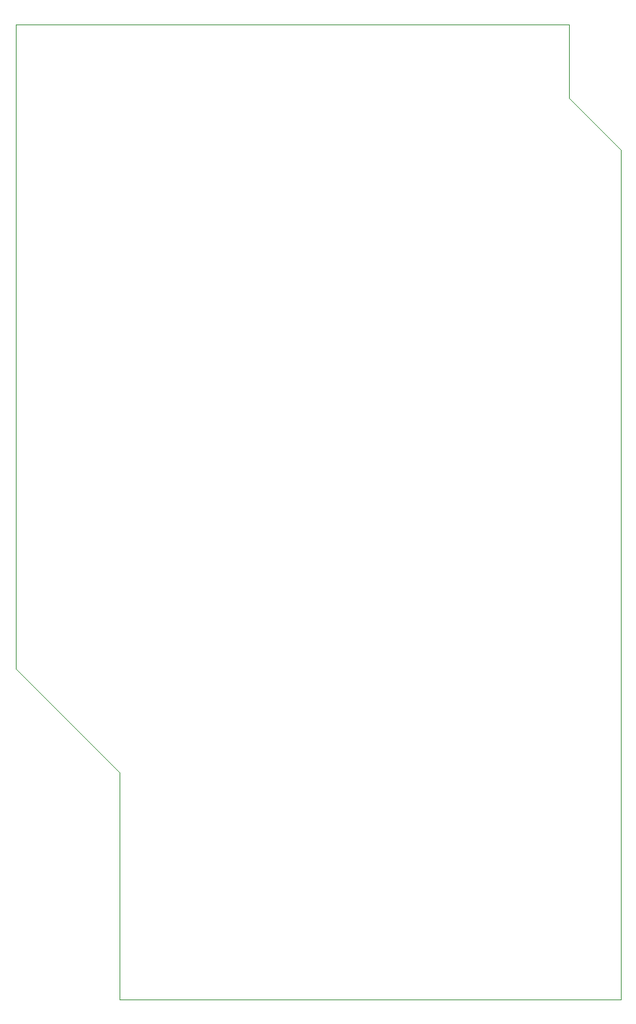
<source format=gbr>
G04 #@! TF.FileFunction,Profile,NP*
%FSLAX46Y46*%
G04 Gerber Fmt 4.6, Leading zero omitted, Abs format (unit mm)*
G04 Created by KiCad (PCBNEW (2015-01-16 BZR 5376)-product) date 2015-03-11 03:36:44*
%MOMM*%
G01*
G04 APERTURE LIST*
%ADD10C,0.100000*%
G04 APERTURE END LIST*
D10*
X12192000Y-114503200D02*
X71120000Y-114503200D01*
X12192000Y-87884000D02*
X12192000Y-114503200D01*
X0Y-75692000D02*
X12192000Y-87884000D01*
X0Y0D02*
X0Y-75692000D01*
X71120000Y-114503200D02*
X71120000Y-14732000D01*
X65024000Y-8636000D02*
X71120000Y-14732000D01*
X65024000Y0D02*
X65024000Y-8636000D01*
X0Y0D02*
X65024000Y0D01*
M02*

</source>
